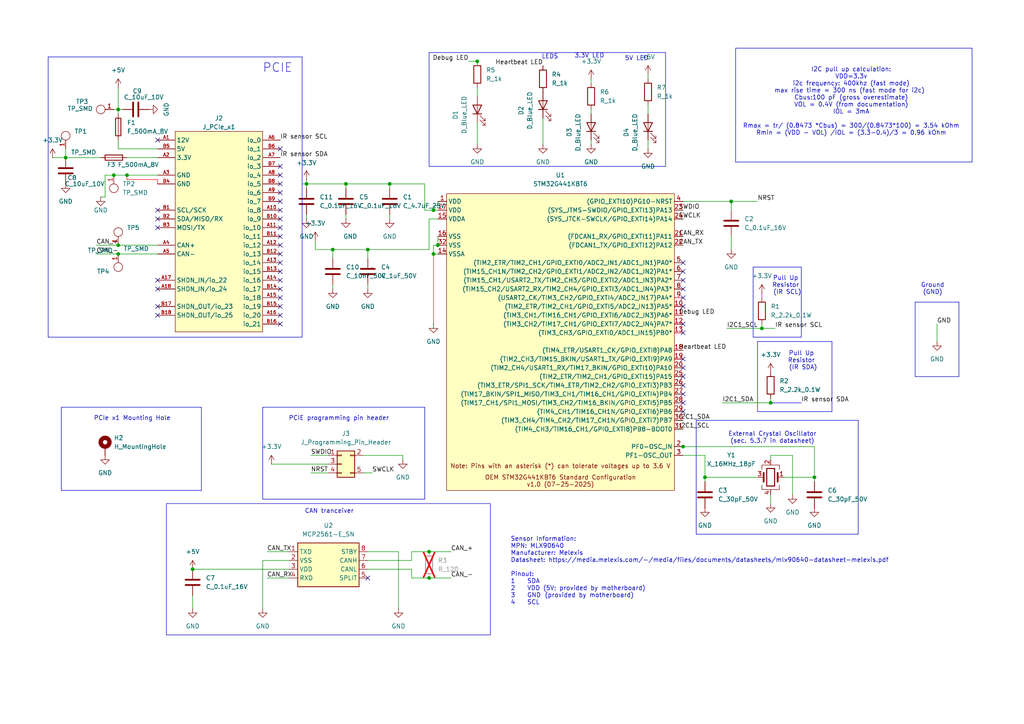
<source format=kicad_sch>
(kicad_sch (version 20250114) (generator "eeschema") (generator_version "9.0")
  (paper "A4")
  (title_block (title "Tire Temperature Sensor") (date "2026-01-31") (rev "1") (comment 1 "Luke Wei"))
  (lib_symbols
    (symbol "J_PCIe_x1_1"
      (property "Reference" "J" (at 0 30.48 0))
      (property "Value" "J_PCIe_x1" (at 0 27.94 0))
      (symbol "J_PCIe_x1_1_1_1"
        (pin bidirectional line (at -17.78 24.13 0) (length 5) (name "12V") (number "A1"))
        (pin bidirectional line (at -17.78 21.59 0) (length 5) (name "5V") (number "B5"))
        (pin bidirectional line (at -17.78 19.05 0) (length 5) (name "3.3V") (number "A2"))
        (pin bidirectional line (at -17.78 13.97 0) (length 5) (name "GND") (number "A3"))
        (pin bidirectional line (at -17.78 11.43 0) (length 5) (name "GND") (number "B4"))
        (pin bidirectional line (at -17.78 3.81 0) (length 5) (name "SCL/SCK") (number "B1"))
        (pin bidirectional line (at -17.78 1.27 0) (length 5) (name "SDA/MISO/RX") (number "B2"))
        (pin bidirectional line (at -17.78 -1.27 0) (length 5) (name "MOSI/TX") (number "B3"))
        (pin bidirectional line (at -17.78 -6.35 0) (length 5) (name "CAN+") (number "A4"))
        (pin bidirectional line (at -17.78 -8.89 0) (length 5) (name "CAN-") (number "A5"))
        (pin bidirectional line (at -17.78 -16.51 0) (length 5) (name "SHDN_IN/io_22") (number "A17"))
        (pin bidirectional line (at -17.78 -19.05 0) (length 5) (name "SHDN_IN/io_24") (number "A18"))
        (pin bidirectional line (at -17.78 -24.13 0) (length 5) (name "SHDN_OUT/io_23") (number "B17"))
        (pin bidirectional line (at -17.78 -26.67 0) (length 5) (name "SHDN_OUT/io_25") (number "B18"))
        (pin bidirectional line (at 17.78 24.13 180) (length 5) (name "io_0") (number "A6"))
        (pin bidirectional line (at 17.78 21.59 180) (length 5) (name "io_1") (number "B6"))
        (pin bidirectional line (at 17.78 19.05 180) (length 5) (name "io_2") (number "A7"))
        (pin bidirectional line (at 17.78 16.51 180) (length 5) (name "io_3") (number "B7"))
        (pin bidirectional line (at 17.78 13.97 180) (length 5) (name "io_4") (number "A8"))
        (pin bidirectional line (at 17.78 11.43 180) (length 5) (name "io_5") (number "B8"))
        (pin bidirectional line (at 17.78 8.89 180) (length 5) (name "io_6") (number "A9"))
        (pin bidirectional line (at 17.78 6.35 180) (length 5) (name "io_7") (number "B9"))
        (pin bidirectional line (at 17.78 3.81 180) (length 5) (name "io_8") (number "A10"))
        (pin bidirectional line (at 17.78 1.27 180) (length 5) (name "io_9") (number "B10"))
        (pin bidirectional line (at 17.78 -1.27 180) (length 5) (name "io_10") (number "A11"))
        (pin bidirectional line (at 17.78 -3.81 180) (length 5) (name "io_11") (number "B11"))
        (pin bidirectional line (at 17.78 -6.35 180) (length 5) (name "io_12") (number "A12"))
        (pin bidirectional line (at 17.78 -8.89 180) (length 5) (name "io_13") (number "B12"))
        (pin bidirectional line (at 17.78 -11.43 180) (length 5) (name "io_14") (number "A13"))
        (pin bidirectional line (at 17.78 -13.97 180) (length 5) (name "io_15") (number "B13"))
        (pin bidirectional line (at 17.78 -16.51 180) (length 5) (name "io_16") (number "A14"))
        (pin bidirectional line (at 17.78 -19.05 180) (length 5) (name "io_17") (number "B14"))
        (pin bidirectional line (at 17.78 -21.59 180) (length 5) (name "io_18") (number "A15"))
        (pin bidirectional line (at 17.78 -24.13 180) (length 5) (name "io_19") (number "B15"))
        (pin bidirectional line (at 17.78 -26.67 180) (length 5) (name "io_20") (number "A16"))
        (pin bidirectional line (at 17.78 -29.21 180) (length 5) (name "io_21") (number "B16"))
      )
    )
    (symbol "J_Programming_Pin_Header_1" (pin_names (offset 1.016) (hide yes))
      (property "Reference" "J" (at 1.27 5.08 0))
      (property "Value" "J_Programming_Pin_Header" (at 1.27 -5.08 0))
      (symbol "J_Programming_Pin_Header_1_1_1"
        (pin passive line (at -3.81 2.54 0) (length 2.54) (name "Pin_1") (number "1"))
        (pin passive line (at -3.81 0 0) (length 2.54) (name "Pin_3") (number "3"))
        (pin passive line (at -3.81 -2.54 0) (length 2.54) (name "Pin_4") (number "4"))
        (pin passive line (at 6.35 2.54 180) (length 2.54) (name "Pin_2") (number "2"))
        (pin passive line (at 6.35 -2.54 180) (length 2.54) (name "Pin_5") (number "5"))
      )
    )
    (symbol "OEM:C_0.1uF_16V_0603" (pin_numbers (hide yes)) (pin_names (offset 0.254))
      (property "Reference" "C" (at 0.635 2.54 0))
      (property "Value" "C_0.1uF_16V" (at 0.635 -2.54 0))
      (symbol "C_0.1uF_16V_0603_1_1"
        (pin passive line (at 0 3.81 270) (length 2.794) (name "~") (number "1"))
        (pin passive line (at 0 -3.81 90) (length 2.794) (name "~") (number "2"))
      )
    )
    (symbol "OEM:C_10nF_50V_0603" (pin_numbers (hide yes)) (pin_names (offset 0.254))
      (property "Reference" "C" (at 0.635 2.54 0))
      (property "Value" "C_10nF_50V" (at 0.635 -2.54 0))
      (symbol "C_10nF_50V_0603_1_1"
        (pin passive line (at 0 3.81 270) (length 2.794) (name "~") (number "1"))
        (pin passive line (at 0 -3.81 90) (length 2.794) (name "~") (number "2"))
      )
    )
    (symbol "OEM:C_10uF_10V_0603" (pin_numbers (hide yes)) (pin_names (offset 0.254))
      (property "Reference" "C" (at 0.635 2.54 0))
      (property "Value" "C_10uF_10V" (at 0.635 -2.54 0))
      (symbol "C_10uF_10V_0603_1_1"
        (pin passive line (at 0 3.81 270) (length 2.794) (name "~") (number "1"))
        (pin passive line (at 0 -3.81 90) (length 2.794) (name "~") (number "2"))
      )
    )
    (symbol "OEM:C_1uF_50V_0603" (pin_numbers (hide yes)) (pin_names (offset 0.254))
      (property "Reference" "C" (at 0.635 2.54 0))
      (property "Value" "C_1uF_50V" (at 0.635 -2.54 0))
      (symbol "C_1uF_50V_0603_1_1"
        (pin passive line (at 0 3.81 270) (length 2.794) (name "~") (number "1"))
        (pin passive line (at 0 -3.81 90) (length 2.794) (name "~") (number "2"))
      )
    )
    (symbol "OEM:C_30pF_50V_0603" (pin_numbers (hide yes)) (pin_names (offset 0.254))
      (property "Reference" "C" (at 0.635 2.54 0))
      (property "Value" "C_30pF_50V" (at 0.635 -2.54 0))
      (symbol "C_30pF_50V_0603_1_1"
        (pin passive line (at 0 3.81 270) (length 2.794) (name "~") (number "1"))
        (pin passive line (at 0 -3.81 90) (length 2.794) (name "~") (number "2"))
      )
    )
    (symbol "OEM:C_4.7uF_25V_0603" (pin_numbers (hide yes)) (pin_names (offset 0.254))
      (property "Reference" "C" (at 0.635 2.54 0))
      (property "Value" "C_4.7uF_25V" (at 0.635 -2.54 0))
      (symbol "C_4.7uF_25V_0603_1_1"
        (pin passive line (at 0 3.81 270) (length 2.794) (name "~") (number "1"))
        (pin passive line (at 0 -3.81 90) (length 2.794) (name "~") (number "2"))
      )
    )
    (symbol "OEM:D_LED_Blue_0805" (pin_numbers (hide yes)) (pin_names (offset 1.016) (hide yes))
      (property "Reference" "D" (at 0 2.54 0))
      (property "Value" "D_Blue_LED" (at 0 -2.54 0))
      (symbol "D_LED_Blue_0805_1_1"
        (pin passive line (at -3.81 0 0) (length 2.54) (name "K") (number "1"))
        (pin passive line (at 3.81 0 180) (length 2.54) (name "A") (number "2"))
      )
    )
    (symbol "OEM:F_500mA_8V_1206" (pin_numbers (hide yes)) (pin_names (offset 0))
      (property "Reference" "F" (at 2.032 0 90))
      (property "Value" "F_500mA_8V" (at -1.905 0 90))
      (symbol "F_500mA_8V_1206_1_1"
        (pin passive line (at 0 3.81 270) (length 1.27) (name "~") (number "1"))
        (pin passive line (at 0 -3.81 90) (length 1.27) (name "~") (number "2"))
      )
    )
    (symbol "OEM:H_MountingHole" (pin_numbers (hide yes)) (pin_names (offset 1.016) (hide yes)) (in_bom no)
      (property "Reference" "H" (at 0 6.35 0))
      (property "Value" "H_MountingHole" (at 0 4.445 0))
      (symbol "H_MountingHole_1_1"
        (pin input line (at 0 -2.54 90) (length 2.54) (name "1") (number "1"))
      )
    )
    (symbol "OEM:R_120_0.1W_0603" (pin_numbers (hide yes)) (pin_names (offset 0))
      (property "Reference" "R" (at 2.032 0 90))
      (property "Value" "R_120" (at 0 0 90))
      (symbol "R_120_0.1W_0603_1_1"
        (pin passive line (at 0 3.81 270) (length 1.27) (name "~") (number "1"))
        (pin passive line (at 0 -3.81 90) (length 1.27) (name "~") (number "2"))
      )
    )
    (symbol "OEM:R_1k_0.1W_0603" (pin_numbers (hide yes)) (pin_names (offset 0))
      (property "Reference" "R" (at 2.032 0 90))
      (property "Value" "R_1k" (at 0 0 90))
      (symbol "R_1k_0.1W_0603_1_1"
        (pin passive line (at 0 3.81 270) (length 1.27) (name "~") (number "1"))
        (pin passive line (at 0 -3.81 90) (length 1.27) (name "~") (number "2"))
      )
    )
    (symbol "OEM:R_2.2k_0.1W_0603" (pin_numbers (hide yes)) (pin_names (offset 0))
      (property "Reference" "R" (at 2.032 0 90))
      (property "Value" "R_2.2k_0.1W" (at 0 0 90))
      (symbol "R_2.2k_0.1W_0603_1_1"
        (pin passive line (at 0 3.81 270) (length 1.27) (name "~") (number "1"))
        (pin passive line (at 0 -3.81 90) (length 1.27) (name "~") (number "2"))
      )
    )
    (symbol "OEM:TP_Hook_SMD" (pin_names (offset 1.016))
      (property "Reference" "TP" (at 0 7.62 0))
      (property "Value" "TP_SMD" (at 1.27 5.08 0))
      (symbol "TP_Hook_SMD_1_1"
        (pin input line (at 0 -1.27 90) (length 2.54) (name "~") (number "1"))
      )
    )
    (symbol "OEM:U_CAN-Transceiver_MCP2561-E_SN_SOIC-8"
      (property "Reference" "U" (at 10.16 11.43 0))
      (property "Value" "MCP2561-E_SN" (at 10.16 8.89 0))
      (symbol "U_CAN-Transceiver_MCP2561-E_SN_SOIC-8_1_1"
        (pin passive line (at -11.43 3.81 0) (length 2.54) (name "TXD") (number "1"))
        (pin passive line (at -11.43 1.27 0) (length 2.54) (name "VSS") (number "2"))
        (pin passive line (at -11.43 -1.27 0) (length 2.54) (name "VDD") (number "3"))
        (pin passive line (at -11.43 -3.81 0) (length 2.54) (name "RXD") (number "4"))
        (pin passive line (at 11.43 3.81 180) (length 2.54) (name "STBY") (number "8"))
        (pin passive line (at 11.43 1.27 180) (length 2.54) (name "CANH") (number "7"))
        (pin passive line (at 11.43 -1.27 180) (length 2.54) (name "CANL") (number "6"))
        (pin passive line (at 11.43 -3.81 180) (length 2.54) (name "SPLIT") (number "5"))
      )
    )
    (symbol "OEM:U_MCU_STM32G441KBT6_32-LQFP"
      (property "Reference" "U" (at 0 47.244 0))
      (property "Value" "STM32G441KBT6" (at 0 44.704 0))
      (symbol "U_MCU_STM32G441KBT6_32-LQFP_1_1"
        (text "Note: Pins with an asterisk (*) can tolerate voltages up to 3.6 V\n" (at 0 -36.068 0) (effects (font (size 1.27 1.27))))
        (text "OEM STM32G441KBT6 Standard Configuration\nv1.0 (07-25-2025)" (at 0 -40.386 0) (effects (font (size 1.27 1.27))))
        (pin power_in line (at -35.56 40.64 0) (length 2.54) (name "VDD") (number "1"))
        (pin power_in line (at -35.56 38.1 0) (length 2.54) (name "VDD") (number "17"))
        (pin power_in line (at -35.56 35.56 0) (length 2.54) (name "VDDA") (number "15"))
        (pin power_in line (at -35.56 30.48 0) (length 2.54) (name "VSS") (number "16"))
        (pin power_in line (at -35.56 27.94 0) (length 2.54) (name "VSS") (number "32"))
        (pin power_in line (at -35.56 25.4 0) (length 2.54) (name "VSSA") (number "14"))
        (pin bidirectional line (at 35.56 40.64 180) (length 2.54) (name "(GPIO_EXTI10)PG10-NRST") (number "4"))
        (pin bidirectional line (at 35.56 38.1 180) (length 2.54) (name "(SYS_JTMS-SWDIO/GPIO_EXTI13)PA13") (number "23"))
        (pin bidirectional line (at 35.56 35.56 180) (length 2.54) (name "(SYS_JTCK-SWCLK/GPIO_EXTI14)PA14") (number "24"))
        (pin bidirectional line (at 35.56 30.48 180) (length 2.54) (name "(FDCAN1_RX/GPIO_EXTI11)PA11") (number "21"))
        (pin bidirectional line (at 35.56 27.94 180) (length 2.54) (name "(FDCAN1_TX/GPIO_EXTI12)PA12") (number "22"))
        (pin bidirectional line (at 35.56 22.86 180) (length 2.54) (name "(TIM2_ETR/TIM2_CH1/GPIO_EXTI0/ADC2_IN1/ADC1_IN1)PA0*") (number "5"))
        (pin bidirectional line (at 35.56 20.32 180) (length 2.54) (name "(TIM15_CH1N/TIM2_CH2/GPIO_EXTI1/ADC2_IN2/ADC1_IN2)PA1*") (number "6"))
        (pin bidirectional line (at 35.56 17.78 180) (length 2.54) (name "(TIM15_CH1/USART2_TX/TIM2_CH3/GPIO_EXTI2/ADC1_IN3)PA2*") (number "7"))
        (pin bidirectional line (at 35.56 15.24 180) (length 2.54) (name "(TIM15_CH2/USART2_RX/TIM2_CH4/GPIO_EXTI3/ADC1_IN4)PA3*") (number "8"))
        (pin bidirectional line (at 35.56 12.7 180) (length 2.54) (name "(USART2_CK/TIM3_CH2/GPIO_EXTI4/ADC2_IN17)PA4*") (number "9"))
        (pin bidirectional line (at 35.56 10.16 180) (length 2.54) (name "(TIM2_ETR/TIM2_CH1/GPIO_EXTI5/ADC2_IN13)PA5*") (number "10"))
        (pin bidirectional line (at 35.56 7.62 180) (length 2.54) (name "(TIM3_CH1/TIM16_CH1/GPIO_EXTI6/ADC2_IN3)PA6*") (number "11"))
        (pin bidirectional line (at 35.56 5.08 180) (length 2.54) (name "(TIM3_CH2/TIM17_CH1/GPIO_EXTI7/ADC2_IN4)PA7*") (number "12"))
        (pin bidirectional line (at 35.56 2.54 180) (length 2.54) (name "(TIM3_CH3/GPIO_EXTI0/ADC1_IN15)PB0*") (number "13"))
        (pin bidirectional line (at 35.56 -2.54 180) (length 2.54) (name "(TIM4_ETR/USART1_CK/GPIO_EXTI8)PA8") (number "18"))
        (pin bidirectional line (at 35.56 -5.08 180) (length 2.54) (name "(TIM2_CH3/TIM15_BKIN/USART1_TX/GPIO_EXTI9)PA9") (number "19"))
        (pin bidirectional line (at 35.56 -7.62 180) (length 2.54) (name "(TIM2_CH4/USART1_RX/TIM17_BKIN/GPIO_EXTI10)PA10") (number "20"))
        (pin bidirectional line (at 35.56 -10.16 180) (length 2.54) (name "(TIM2_ETR/TIM2_CH1/GPIO_EXTI15)PA15") (number "25"))
        (pin bidirectional line (at 35.56 -12.7 180) (length 2.54) (name "(TIM3_ETR/SPI1_SCK/TIM4_ETR/TIM2_CH2/GPIO_EXTI3)PB3") (number "26"))
        (pin bidirectional line (at 35.56 -15.24 180) (length 2.54) (name "(TIM17_BKIN/SPI1_MISO/TIM3_CH1/TIM16_CH1/GPIO_EXTI4)PB4") (number "27"))
        (pin bidirectional line (at 35.56 -17.78 180) (length 2.54) (name "(TIM17_CH1/SPI1_MOSI/TIM3_CH2/TIM16_BKIN/GPIO_EXTI5)PB5") (number "28"))
        (pin bidirectional line (at 35.56 -20.32 180) (length 2.54) (name "(TIM4_CH1/TIM16_CH1N/GPIO_EXTI6)PB6") (number "29"))
        (pin bidirectional line (at 35.56 -22.86 180) (length 2.54) (name "(TIM3_CH4/TIM4_CH2/TIM17_CH1N/GPIO_EXTI7)PB7") (number "30"))
        (pin bidirectional line (at 35.56 -25.4 180) (length 2.54) (name "(TIM4_CH3/TIM16_CH1/GPIO_EXTI8)PB8-BOOT0") (number "31"))
        (pin bidirectional line (at 35.56 -30.48 180) (length 2.54) (name "PF0-OSC_IN") (number "2"))
        (pin bidirectional line (at 35.56 -33.02 180) (length 2.54) (name "PF1-OSC_OUT") (number "3"))
      )
    )
    (symbol "OEM:X_16MHz_18pF_SMD" (pin_names (offset 1.016) (hide yes))
      (property "Reference" "Y" (at 3.175 5.08 0))
      (property "Value" "X_16MHz_18pF" (at 3.175 3.175 0))
      (symbol "X_16MHz_18pF_SMD_1_1"
        (pin passive line (at -3.81 0 0) (length 1.27) (name "1") (number "1"))
        (pin passive line (at 0 5.08 270) (length 1.27) (name "2") (number "2"))
        (pin passive line (at 0 -5.08 90) (length 1.27) (name "4") (number "4"))
        (pin passive line (at 3.81 0 180) (length 1.27) (name "3") (number "3"))
      )
    )
    (symbol "power:+3.3V" (power) (pin_numbers (hide yes)) (pin_names (offset 0) (hide yes))
      (property "Value" "+3.3V" (at 0 3.556 0))
      (symbol "+3.3V_1_1"
        (pin power_in line (at 0 0 90) (length 0) (name "~") (number "1"))
      )
    )
    (symbol "power:+5V" (power) (pin_numbers (hide yes)) (pin_names (offset 0) (hide yes))
      (property "Value" "+5V" (at 0 3.556 0))
      (symbol "+5V_1_1"
        (pin power_in line (at 0 0 90) (length 0) (name "~") (number "1"))
      )
    )
    (symbol "power:GND" (power) (pin_numbers (hide yes)) (pin_names (offset 0) (hide yes))
      (property "Value" "GND" (at 0 -3.81 0))
      (symbol "GND_1_1"
        (pin power_in line (at 0 0 270) (length 0) (name "~") (number "1"))
      )
    )
  )
  (rectangle (start 48.26 146.05) (end 142.24 184.15))
  (text "PCIE programming pin header\n" (at 98.298 121.412 0) (effects (font (size 1.27 1.27))))
  (text "PCIe x1 Mounting Hole" (at 38.354 121.412 0) (effects (font (size 1.27 1.27))))
  (text "I2C pull up calculation:\nVDD=3.3v\ni2c frequency: 400khz (fast mode)\nmax rise time = 300 ns (fast mode for i2c) \nCbus:100 pF (gross overestimate)\nVOL = 0.4V (from documentation)\nIOL = 3mA\n\nRmax = tr/ (0.8473 *Cbus) = 300/(0.8473*100) = 3.54 kOhm\nRmin = (VDD - VOL) /IOL = (3.3-0.4)/3 = 0.96 kOhm" (at 246.888 29.464 0) (effects (font (size 1.27 1.27))))
  (text "External Crystal Oscillator\n(sec. 5.3.7 in datasheet)" (at 224.028 127 0) (effects (font (size 1.27 1.27))))
  (text "PCIE\n" (at 80.518 19.812 0) (effects (font (size 2.54 2.54))))
  (text "Ground\n(GND)\n" (at 270.51 83.82 0) (effects (font (size 1.27 1.27))))
  (text "5V LED\n" (at 184.658 17.018 0) (effects (font (size 1.27 1.27))))
  (text "3.3V LED\n" (at 170.942 16.256 0) (effects (font (size 1.27 1.27))))
  (text "CAN tranceiver\n" (at 95.504 148.336 0) (effects (font (size 1.27 1.27))))
  (text "Pull Up \nResistor \n(IR SDA)\n" (at 232.918 104.648 0) (effects (font (size 1.27 1.27))))
  (text "Pull Up \nResistor \n(IR SCL)\n" (at 228.346 82.804 0) (effects (font (size 1.27 1.27))))
  (text "Sensor Information:\nMPN: MLX90640\nManufacturer: Melexis\nDatasheet: https://media.melexis.com/-/media/files/documents/datasheets/mlx90640-datasheet-melexis.pdf\n\nPinout:\n1	SDA\n2	VDD (5V; provided by motherboard)\n3	GND	(provided by motherboard)\n4	SCL" (at 148.082 155.702 0) (effects (font (size 1.27 1.27)) (justify left top)))
  (text "LEDS\n" (at 159.512 16.51 0) (effects (font (size 1.27 1.27))))
  (junction (at 138.43 17.78))
  (junction (at 127 71.12))
  (junction (at 88.9 53.34))
  (junction (at 212.09 58.42))
  (junction (at 124.46 167.64))
  (junction (at 34.29 71.12))
  (junction (at 113.03 53.34))
  (junction (at 124.46 160.02))
  (junction (at 34.29 73.66))
  (junction (at 125.73 60.96))
  (junction (at 96.52 72.39))
  (junction (at 106.68 72.39))
  (junction (at 33.02 50.8))
  (junction (at 220.98 95.25))
  (junction (at 36.83 50.8))
  (junction (at 223.52 116.84))
  (junction (at 204.47 138.43))
  (junction (at 55.88 165.1))
  (junction (at 19.05 45.72))
  (junction (at 34.29 31.75))
  (junction (at 100.33 53.34))
  (junction (at 236.22 138.43))
  (junction (at 125.73 73.66))
  (junction (at 198.12 129.54))
  (no_connect (at 106.68 167.64))
  (no_connect (at 45.72 83.82))
  (no_connect (at 81.28 81.28))
  (no_connect (at 198.12 81.28))
  (no_connect (at 81.28 83.82))
  (no_connect (at 81.28 91.44))
  (no_connect (at 45.72 81.28))
  (no_connect (at 198.12 86.36))
  (no_connect (at 81.28 86.36))
  (no_connect (at 81.28 63.5))
  (no_connect (at 81.28 43.18))
  (no_connect (at 198.12 96.52))
  (no_connect (at 198.12 78.74))
  (no_connect (at 81.28 93.98))
  (no_connect (at 45.72 66.04))
  (no_connect (at 198.12 111.76))
  (no_connect (at 198.12 106.68))
  (no_connect (at 81.28 88.9))
  (no_connect (at 198.12 93.98))
  (no_connect (at 45.72 60.96))
  (no_connect (at 45.72 88.9))
  (no_connect (at 81.28 73.66))
  (no_connect (at 81.28 53.34))
  (no_connect (at 45.72 91.44))
  (no_connect (at 81.28 66.04))
  (no_connect (at 81.28 68.58))
  (no_connect (at 198.12 119.38))
  (no_connect (at 198.12 76.2))
  (no_connect (at 198.12 104.14))
  (no_connect (at 198.12 88.9))
  (no_connect (at 198.12 109.22))
  (no_connect (at 81.28 76.2))
  (no_connect (at 81.28 78.74))
  (no_connect (at 81.28 55.88))
  (no_connect (at 45.72 40.64))
  (no_connect (at 45.72 63.5))
  (no_connect (at 81.28 48.26))
  (no_connect (at 81.28 58.42))
  (no_connect (at 198.12 114.3))
  (no_connect (at 198.12 83.82))
  (no_connect (at 81.28 50.8))
  (no_connect (at 81.28 60.96))
  (no_connect (at 81.28 71.12))
  (no_connect (at 198.12 116.84))
  (polyline (pts (xy 218.44 97.79) (xy 232.41 97.79)))
  (wire (pts (xy 171.45 31.75) (xy 171.45 33.02)))
  (polyline (pts (xy 219.71 119.38) (xy 241.3 119.38)))
  (wire (pts (xy 91.44 69.85) (xy 91.44 72.39)))
  (wire (pts (xy 127 60.96) (xy 125.73 60.96)))
  (wire (pts (xy 227.33 138.43) (xy 236.22 138.43)))
  (wire (pts (xy 204.47 138.43) (xy 204.47 139.7)))
  (wire (pts (xy 171.45 40.64) (xy 171.45 41.91)))
  (wire (pts (xy 125.73 71.12) (xy 125.73 73.66)))
  (wire (pts (xy 119.38 165.1) (xy 119.38 167.64)))
  (wire (pts (xy 119.38 160.02) (xy 124.46 160.02)))
  (wire (pts (xy 105.41 137.16) (xy 107.95 137.16)))
  (wire (pts (xy 187.96 30.48) (xy 187.96 33.02)))
  (polyline (pts (xy 123.19 144.78) (xy 123.19 118.11)))
  (polyline (pts (xy 265.43 87.63) (xy 278.13 87.63)))
  (polyline (pts (xy 76.2 118.11) (xy 123.19 118.11)))
  (wire (pts (xy 135.89 17.78) (xy 138.43 17.78)))
  (polyline (pts (xy 201.93 121.92) (xy 248.92 121.92)))
  (polyline (pts (xy 124.46 48.26) (xy 193.04 48.26)))
  (wire (pts (xy 115.57 160.02) (xy 115.57 176.53)))
  (polyline (pts (xy 265.43 87.63) (xy 265.43 109.22)))
  (wire (pts (xy 34.29 40.64) (xy 34.29 43.18)))
  (wire (pts (xy 171.45 22.86) (xy 171.45 24.13)))
  (wire (pts (xy 220.98 93.98) (xy 220.98 95.25)))
  (wire (pts (xy 19.05 43.18) (xy 19.05 45.72)))
  (polyline (pts (xy 201.93 154.94) (xy 248.92 154.94)))
  (wire (pts (xy 34.29 43.18) (xy 45.72 43.18)))
  (wire (pts (xy 106.68 160.02) (xy 115.57 160.02)))
  (wire (pts (xy 198.12 129.54) (xy 236.22 129.54)))
  (polyline (pts (xy 87.63 97.79) (xy 13.97 97.79)))
  (wire (pts (xy 229.87 132.08) (xy 229.87 143.51)))
  (wire (pts (xy 34.29 25.4) (xy 34.29 31.75)))
  (wire (pts (xy 157.48 41.91) (xy 157.48 34.29)))
  (wire (pts (xy 96.52 72.39) (xy 106.68 72.39)))
  (polyline (pts (xy 76.2 118.11) (xy 76.2 144.78)))
  (wire (pts (xy 212.09 58.42) (xy 212.09 60.96)))
  (polyline (pts (xy 232.41 97.79) (xy 232.41 77.47)))
  (wire (pts (xy 30.48 57.15) (xy 30.48 50.8)))
  (wire (pts (xy 220.98 85.09) (xy 220.98 86.36)) (stroke (width 0) (color 181 0 255 1)))
  (wire (pts (xy 124.46 63.5) (xy 127 63.5)))
  (wire (pts (xy 123.19 53.34) (xy 123.19 60.96)))
  (wire (pts (xy 36.83 52.07) (xy 36.83 50.8)) (stroke (width 0) (color 255 0 0 1)))
  (wire (pts (xy 127 59.69) (xy 125.73 59.69)))
  (wire (pts (xy 77.47 160.02) (xy 83.82 160.02)))
  (polyline (pts (xy 193.04 15.24) (xy 124.46 15.24)))
  (wire (pts (xy 45.72 45.72) (xy 36.83 45.72)))
  (wire (pts (xy 88.9 53.34) (xy 87.63 53.34)))
  (wire (pts (xy 198.12 68.58) (xy 196.85 68.58)))
  (wire (pts (xy 100.33 63.5) (xy 100.33 62.23)))
  (polyline (pts (xy 265.43 109.22) (xy 278.13 109.22)))
  (polyline (pts (xy 17.78 118.11) (xy 58.42 118.11)))
  (wire (pts (xy 198.12 63.5) (xy 196.85 63.5)))
  (wire (pts (xy 198.12 132.08) (xy 204.47 132.08)))
  (wire (pts (xy 125.73 59.69) (xy 125.73 60.96)))
  (polyline (pts (xy 218.44 77.47) (xy 232.41 77.47)))
  (wire (pts (xy 125.73 73.66) (xy 125.73 93.98)) (stroke (width 0) (color 255 0 22 1)))
  (wire (pts (xy 127 68.58) (xy 127 71.12)))
  (wire (pts (xy 119.38 167.64) (xy 124.46 167.64)))
  (polyline (pts (xy 281.94 46.99) (xy 281.94 13.97)))
  (wire (pts (xy 106.68 72.39) (xy 124.46 72.39)))
  (wire (pts (xy 204.47 138.43) (xy 219.71 138.43)))
  (wire (pts (xy 223.52 116.84) (xy 209.55 116.84)))
  (wire (pts (xy 55.88 172.72) (xy 55.88 176.53)))
  (wire (pts (xy 198.12 60.96) (xy 196.85 60.96)))
  (wire (pts (xy 210.82 95.25) (xy 220.98 95.25)))
  (wire (pts (xy 90.17 137.16) (xy 95.25 137.16)))
  (wire (pts (xy 35.56 31.75) (xy 34.29 31.75)))
  (wire (pts (xy 198.12 58.42) (xy 212.09 58.42)))
  (wire (pts (xy 96.52 74.93) (xy 96.52 72.39)))
  (wire (pts (xy 88.9 52.07) (xy 88.9 53.34)))
  (wire (pts (xy 33.02 50.8) (xy 36.83 50.8)))
  (wire (pts (xy 124.46 160.02) (xy 130.81 160.02)))
  (wire (pts (xy 34.29 31.75) (xy 34.29 33.02)))
  (wire (pts (xy 198.12 71.12) (xy 196.85 71.12)))
  (wire (pts (xy 127 58.42) (xy 127 59.69)))
  (wire (pts (xy 119.38 160.02) (xy 119.38 162.56)))
  (wire (pts (xy 55.88 165.1) (xy 83.82 165.1)))
  (wire (pts (xy 88.9 53.34) (xy 88.9 54.61)))
  (wire (pts (xy 83.82 162.56) (xy 76.2 162.56)))
  (wire (pts (xy 113.03 63.5) (xy 113.03 62.23)))
  (wire (pts (xy 198.12 91.44) (xy 196.85 91.44)))
  (wire (pts (xy 15.24 45.72) (xy 19.05 45.72)))
  (wire (pts (xy 106.68 83.82) (xy 106.68 82.55)))
  (wire (pts (xy 220.98 95.25) (xy 224.79 95.25)))
  (polyline (pts (xy 13.97 16.51) (xy 13.97 97.79)))
  (wire (pts (xy 198.12 101.6) (xy 196.85 101.6)))
  (wire (pts (xy 127 73.66) (xy 125.73 73.66)))
  (polyline (pts (xy 219.71 99.06) (xy 219.71 119.38)))
  (wire (pts (xy 236.22 138.43) (xy 236.22 139.7)))
  (polyline (pts (xy 124.46 48.26) (xy 124.46 15.24)))
  (polyline (pts (xy 248.92 154.94) (xy 248.92 121.92)))
  (polyline (pts (xy 218.44 77.47) (xy 218.44 97.79)))
  (wire (pts (xy 105.41 132.08) (xy 116.84 132.08)))
  (wire (pts (xy 113.03 54.61) (xy 113.03 53.34)))
  (wire (pts (xy 212.09 58.42) (xy 219.71 58.42)))
  (wire (pts (xy 29.21 57.15) (xy 30.48 57.15)))
  (wire (pts (xy 187.96 21.59) (xy 187.96 22.86)))
  (wire (pts (xy 91.44 72.39) (xy 96.52 72.39)))
  (wire (pts (xy 127 71.12) (xy 125.73 71.12)))
  (wire (pts (xy 106.68 162.56) (xy 119.38 162.56)))
  (wire (pts (xy 223.52 116.84) (xy 232.41 116.84)) (stroke (width 0) (color 5 0 255 1)))
  (wire (pts (xy 19.05 45.72) (xy 29.21 45.72)))
  (wire (pts (xy 45.72 50.8) (xy 36.83 50.8)))
  (wire (pts (xy 212.09 68.58) (xy 212.09 72.39)))
  (wire (pts (xy 195.58 129.54) (xy 198.12 129.54)))
  (polyline (pts (xy 213.36 46.99) (xy 213.36 13.97)))
  (polyline (pts (xy 241.3 119.38) (xy 241.3 99.06)))
  (wire (pts (xy 100.33 53.34) (xy 113.03 53.34)))
  (wire (pts (xy 100.33 54.61) (xy 100.33 53.34)))
  (wire (pts (xy 34.29 73.66) (xy 45.72 73.66)))
  (wire (pts (xy 123.19 60.96) (xy 125.73 60.96)))
  (polyline (pts (xy 219.71 99.06) (xy 241.3 99.06)))
  (wire (pts (xy 223.52 143.51) (xy 223.52 146.05)))
  (wire (pts (xy 198.12 121.92) (xy 196.85 121.92)))
  (wire (pts (xy 116.84 132.08) (xy 116.84 133.35)))
  (wire (pts (xy 27.94 71.12) (xy 34.29 71.12)))
  (polyline (pts (xy 76.2 144.78) (xy 123.19 144.78)))
  (polyline (pts (xy 201.93 121.92) (xy 201.93 154.94)))
  (wire (pts (xy 204.47 132.08) (xy 204.47 138.43)))
  (wire (pts (xy 88.9 63.5) (xy 88.9 62.23)))
  (wire (pts (xy 27.94 73.66) (xy 34.29 73.66)))
  (wire (pts (xy 34.29 71.12) (xy 45.72 71.12)))
  (polyline (pts (xy 193.04 48.26) (xy 193.04 15.24)))
  (wire (pts (xy 138.43 25.4) (xy 138.43 27.94)))
  (wire (pts (xy 106.68 74.93) (xy 106.68 72.39)))
  (polyline (pts (xy 213.36 46.99) (xy 281.94 46.99)))
  (wire (pts (xy 88.9 53.34) (xy 100.33 53.34)))
  (wire (pts (xy 90.17 132.08) (xy 95.25 132.08)))
  (wire (pts (xy 45.72 52.07) (xy 36.83 52.07)) (stroke (width 0) (color 255 0 0 1)))
  (wire (pts (xy 223.52 115.57) (xy 223.52 116.84)))
  (polyline (pts (xy 58.42 142.24) (xy 58.42 118.11)))
  (polyline (pts (xy 87.63 97.79) (xy 87.63 16.51)))
  (wire (pts (xy 77.47 167.64) (xy 83.82 167.64)))
  (wire (pts (xy 113.03 53.34) (xy 123.19 53.34)))
  (polyline (pts (xy 278.13 109.22) (xy 278.13 87.63)))
  (wire (pts (xy 271.78 93.98) (xy 271.78 99.06)))
  (wire (pts (xy 236.22 129.54) (xy 236.22 138.43)))
  (wire (pts (xy 187.96 40.64) (xy 187.96 43.18)))
  (wire (pts (xy 30.48 50.8) (xy 33.02 50.8)))
  (wire (pts (xy 124.46 63.5) (xy 124.46 72.39)))
  (wire (pts (xy 33.02 31.75) (xy 34.29 31.75)))
  (wire (pts (xy 106.68 165.1) (xy 119.38 165.1)))
  (wire (pts (xy 76.2 162.56) (xy 76.2 176.53)))
  (polyline (pts (xy 87.63 16.51) (xy 13.97 16.51)))
  (wire (pts (xy 96.52 83.82) (xy 96.52 82.55)))
  (wire (pts (xy 78.74 134.62) (xy 95.25 134.62)))
  (wire (pts (xy 138.43 19.05) (xy 138.43 17.78)))
  (polyline (pts (xy 17.78 118.11) (xy 17.78 142.24)))
  (wire (pts (xy 223.52 133.35) (xy 223.52 132.08)))
  (wire (pts (xy 138.43 41.91) (xy 138.43 35.56)))
  (wire (pts (xy 45.72 52.07) (xy 45.72 53.34)) (stroke (width 0) (color 255 0 0 1)))
  (wire (pts (xy 223.52 132.08) (xy 229.87 132.08)))
  (wire (pts (xy 124.46 167.64) (xy 130.81 167.64)))
  (polyline (pts (xy 281.94 13.97) (xy 213.36 13.97)))
  (polyline (pts (xy 17.78 142.24) (xy 58.42 142.24)))
  (wire (pts (xy 198.12 124.46) (xy 196.85 124.46)))
  (label "I2C1_SCL" (at 210.82 95.25 0))
  (label "IR sensor SDA" (at 81.28 45.72 0))
  (label "SWCLK" (at 196.85 63.5 0))
  (label "SWDIO" (at 90.17 132.08 0))
  (label "Debug LED" (at 135.89 17.78 180))
  (label "NRST" (at 90.17 137.16 0))
  (label "Heartbeat LED" (at 196.85 101.6 0))
  (label "NRST" (at 219.71 58.42 0))
  (label "CAN_RX" (at 196.85 68.58 0))
  (label "IR sensor SDA" (at 232.41 116.84 0))
  (label "CAN_-" (at 27.94 73.66 0))
  (label "SWCLK" (at 107.95 137.16 0))
  (label "CAN_TX" (at 196.85 71.12 0))
  (label "CAN_TX" (at 77.47 160.02 0))
  (label "CAN_+" (at 130.81 160.02 0))
  (label "Heartbeat LED" (at 157.48 19.05 180))
  (label "Debug LED" (at 196.85 91.44 0))
  (label "SWDIO" (at 196.85 60.96 0))
  (label "CAN_-" (at 130.81 167.64 0))
  (label "IR sensor SCL" (at 81.28 40.64 0))
  (label "IR sensor SCL" (at 224.79 95.25 0))
  (label "GND" (at 271.78 93.98 0))
  (label "CAN_RX" (at 77.47 167.64 0))
  (label "I2C1_SDA" (at 196.85 121.92 0))
  (label "I2C1_SCL" (at 196.85 124.46 0))
  (label "I2C1_SDA" (at 209.55 116.84 0))
  (label "CAN_+" (at 27.94 71.12 0))
  (symbol (lib_id "OEM:C_30pF_50V_0603") (at 236.22 143.51 0) (unit 1)
    (property "Reference" "C6" (at 240.03 142.2399 0) (effects (justify left)))
    (property "Value" "C_30pF_50V" (at 240.03 144.7799 0) (effects (justify left)))
    (property "Footprint" "OEM:C_0603_1608Metric" (effects (hide yes)))
    (property "Datasheet" "https://www.mouser.com/datasheet/3/1099/1/SEI-CML.PDF" (effects (hide yes)))
    (property "Description" "CAP CER 30PF 50V C0G/NP0 0603" (effects (hide yes)))
    (property "MPN" "CML0603C0G300JT50V" (effects (hide yes)))
  )
  (symbol (lib_id "OEM:C_1uF_50V_0603") (at 106.68 78.74 0) (unit 1)
    (property "Reference" "C4" (at 110.49 77.4699 0) (effects (justify left)))
    (property "Value" "C_1uF_50V" (at 110.49 80.0099 0) (effects (justify left)))
    (property "Footprint" "OEM:C_0603_1608Metric" (effects (hide yes)))
    (property "Datasheet" "https://mm.digikey.com/Volume0/opasdata/d220001/medias/docus/4819/UMK107BJ105KA-T_SS.pdf" (effects (hide yes)))
    (property "Description" "CAP CER 1UF 50V X5R 0603" (effects (hide yes)))
    (property "MPN" "UMK107BJ105KA-T" (effects (hide yes)))
  )
  (symbol (lib_id "OEM:C_4.7uF_25V_0603") (at 113.03 58.42 0) (unit 1)
    (property "Reference" "C1" (at 116.84 57.1499 0) (effects (justify left)))
    (property "Value" "C_4.7uF_25V" (at 116.84 59.6899 0) (effects (justify left)))
    (property "Footprint" "OEM:C_0603_1608Metric" (effects (hide yes)))
    (property "Datasheet" "https://www.mouser.com/catalog/specsheets/mure-s-a0004413631-1.pdf" (effects (hide yes)))
    (property "Description" "CAP CER 4.7UF 25V X5R 0603" (effects (hide yes)))
    (property "MPN" "GRT188R61E475ME13D" (effects (hide yes)))
  )
  (symbol (lib_id "OEM:R_1k_0.1W_0603") (at 138.43 21.59 0) (unit 1)
    (property "Reference" "R5" (at 140.97 20.3199 0) (effects (justify left)))
    (property "Value" "R_1k" (at 140.97 22.8599 0) (effects (justify left)))
    (property "Footprint" "OEM:R_0603_1608Metric" (effects (hide yes)))
    (property "Datasheet" "https://www.mouser.com/datasheet/3/1099/1/SEI-RMCF_RMCP.pdf (or https://industrial.panasonic.com/ww/products/pt/general-purpose-chip-resistors/models/ERJ3GEYJ102V)" (effects (hide yes)))
    (property "Description" "RES SMD 1K OHM 5% 1/10W 0603" (effects (hide yes)))
    (property "MPN" "RMCF0603FT1K00 (or ERJ-3GEYJ102V)" (effects (hide yes)))
  )
  (symbol (lib_id "OEM:R_2.2k_0.1W_0603") (at 223.52 111.76 0) (unit 1)
    (property "Reference" "R2" (at 226.06 110.4899 0) (effects (justify left)))
    (property "Value" "R_2.2k_0.1W" (at 226.06 113.0299 0) (effects (justify left)))
    (property "Footprint" "OEM:R_0603_1608Metric" (effects (hide yes)))
    (property "Datasheet" "https://www.mouser.com/datasheet/3/317/1/ASC_WR.pdf" (effects (hide yes)))
    (property "Description" "RES 2.2K OHM 5% 1/10W 0603" (effects (hide yes)))
    (property "MPN" "WR06X222 JTL" (effects (hide yes)))
  )
  (symbol (lib_id "OEM:TP_Hook_SMD") (at 33.02 52.07 180) (unit 1)
    (property "Reference" "TP2" (at 35.56 53.3399 0) (effects (justify right)))
    (property "Value" "TP_SMD" (at 35.56 55.8799 0) (effects (justify right)))
    (property "Footprint" "OEM:TP_Hook_SMD" (effects (hide yes)))
    (property "Datasheet" "https://www.mouser.com/datasheet/3/201/1/5019.PDF" (effects (hide yes)))
    (property "Description" "Test Point SMD Hook" (effects (hide yes)))
    (property "MPN" "5019" (effects (hide yes)))
  )
  (symbol (lib_id "power:GND") (at 19.05 53.34 0) (unit 1)
    (property "Reference" "#PWR?" (effects (hide yes)))
    (property "Value" "GND" (at 19.05 58.42 0))
    (property "Description" "Power symbol creates a global label with name \"GND\" , ground" (effects (hide yes)))
  )
  (symbol (lib_id "power:GND") (at 100.33 63.5 0) (unit 1)
    (property "Reference" "#PWR?" (effects (hide yes)))
    (property "Value" "GND" (at 101.6 68.58 0))
    (property "Description" "Power symbol creates a global label with name \"GND\" , ground" (effects (hide yes)))
  )
  (symbol (lib_id "power:GND") (at 171.45 41.91 0) (unit 1)
    (property "Reference" "#PWR?" (effects (hide yes)))
    (property "Value" "GND" (at 171.45 46.99 0))
    (property "Description" "Power symbol creates a global label with name \"GND\" , ground" (effects (hide yes)))
  )
  (symbol (lib_id "power:GND") (at 29.21 57.15 0) (unit 1)
    (property "Reference" "#PWR?" (effects (hide yes)))
    (property "Value" "GND" (at 29.21 60.96 0))
    (property "Description" "Power symbol creates a global label with name \"GND\" , ground" (effects (hide yes)))
  )
  (symbol (lib_id "OEM:C_10nF_50V_0603") (at 96.52 78.74 0) (unit 1)
    (property "Reference" "C10" (at 100.33 77.4699 0) (effects (justify left)))
    (property "Value" "C_10nF_50V" (at 100.33 80.0099 0) (effects (justify left)))
    (property "Footprint" "OEM:C_0603_1608Metric" (effects (hide yes)))
    (property "Datasheet" "https://mm.digikey.com/Volume0/opasdata/d220001/medias/docus/609/CL10B103KB8NNNC_Spec.pdf" (effects (hide yes)))
    (property "Description" "CAP CER 10000PF 50V X7R 0603" (effects (hide yes)))
    (property "MPN" "CL10B103KB8NNNC" (effects (hide yes)))
  )
  (symbol (lib_id "power:+3.3V") (at 15.24 45.72 0) (unit 1)
    (property "Reference" "#PWR?" (effects (hide yes)))
    (property "Value" "+3.3V" (at 15.24 40.64 0))
    (property "Description" "Power symbol creates a global label with name \"+3.3V\"" (effects (hide yes)))
  )
  (symbol (lib_id "power:GND") (at 55.88 176.53 0) (unit 1)
    (property "Reference" "#PWR?" (effects (hide yes)))
    (property "Value" "GND" (at 55.88 181.61 0))
    (property "Description" "Power symbol creates a global label with name \"GND\" , ground" (effects (hide yes)))
  )
  (symbol (lib_id "power:+3.3V") (at 78.74 134.62 0) (unit 1)
    (property "Reference" "#PWR?" (effects (hide yes)))
    (property "Value" "+3.3V" (at 78.74 129.54 0))
    (property "Description" "Power symbol creates a global label with name \"+3.3V\"" (effects (hide yes)))
  )
  (symbol (lib_id "power:GND") (at 116.84 133.35 0) (unit 1)
    (property "Reference" "#PWR?" (effects (hide yes)))
    (property "Value" "GND" (at 116.84 138.43 0))
    (property "Description" "Power symbol creates a global label with name \"GND\" , ground" (effects (hide yes)))
  )
  (symbol (lib_id "OEM:U_MCU_STM32G441KBT6_32-LQFP") (at 162.56 99.06 0) (unit 1)
    (property "Reference" "U1" (at 162.56 50.8 0))
    (property "Value" "STM32G441KBT6" (at 162.56 53.34 0))
    (property "Footprint" "OEM:LQFP-32_7x7mm_P0.8mm" (effects (hide yes)))
    (property "Datasheet" "https://www.st.com/resource/en/datasheet/stm32g441kb.pdf" (effects (hide yes)))
    (property "Description" "OEM STM32G441KBT6 Standard Configuration - v1.0 (07-25-2025)" (effects (hide yes)))
  )
  (symbol (lib_id "OEM:C_10uF_10V_0603") (at 19.05 49.53 0) (unit 1)
    (property "Reference" "C8" (at 19.558 51.562 0) (effects (justify left)))
    (property "Value" "C_10uF_10V" (at 18.796 53.34 0) (effects (justify left)))
    (property "Footprint" "OEM:C_0603_1608Metric" (effects (hide yes)))
    (property "Datasheet" "https://search.murata.co.jp/Ceramy/image/img/A01X/G101/ENG/GRM188D71A106KA73-01.pdf" (effects (hide yes)))
    (property "Description" "CAP CER 10UF 10V X7T 0603" (effects (hide yes)))
    (property "MPN" "GRM188D71A106KA73D" (effects (hide yes)))
  )
  (symbol (lib_id "OEM:X_16MHz_18pF_SMD") (at 223.52 138.43 0) (mirror y) (unit 1)
    (property "Reference" "Y1" (at 212.09 132.0098 0))
    (property "Value" "X_16MHz_18pF" (at 212.09 134.5498 0))
    (property "Footprint" "OEM:FA238160000MBC0 (X_16MHz_18pF_SMD - FA-238_16.0000MB-C0)" (effects (hide yes)))
    (property "Datasheet" "https://www.mouser.com/datasheet/3/97/1/FA-238_en.pdf" (effects (hide yes)))
    (property "Description" "CRYSTAL 16.0000MHZ 18PF SMD" (effects (hide yes)))
    (property "MPN" "FA-238 16.0000MB-C0" (effects (hide yes)))
  )
  (symbol (lib_id "OEM:D_LED_Blue_0805") (at 187.96 36.83 90) (unit 1)
    (property "Reference" "D4" (at 181.61 38.4175 0))
    (property "Value" "D_Blue_LED" (at 184.15 38.4175 0))
    (property "Footprint" "OEM:D_0805_2012Metric" (effects (hide yes)))
    (property "Datasheet" "https://www.mouser.com/catalog/specsheets/Lite-On_LTST-C171TBKT.pdf" (effects (hide yes)))
    (property "Description" "LED BLUE CLEAR CHIP SMD" (effects (hide yes)))
    (property "Sim.Pins" "1=K 2=A" (effects (hide yes)))
    (property "MPN" "LTST-C171TBKT" (effects (hide yes)))
  )
  (symbol (lib_id "power:+3.3V") (at 171.45 22.86 0) (unit 1)
    (property "Reference" "#PWR?" (effects (hide yes)))
    (property "Value" "+3.3V" (at 171.45 17.78 0))
    (property "Description" "Power symbol creates a global label with name \"+3.3V\"" (effects (hide yes)))
  )
  (symbol (lib_id "power:GND") (at 106.68 83.82 0) (unit 1)
    (property "Reference" "#PWR?" (effects (hide yes)))
    (property "Value" "GND" (at 106.68 88.9 0))
    (property "Description" "Power symbol creates a global label with name \"GND\" , ground" (effects (hide yes)))
  )
  (symbol (lib_id "power:GND") (at 187.96 43.18 0) (unit 1)
    (property "Reference" "#PWR?" (effects (hide yes)))
    (property "Value" "GND" (at 187.96 48.26 0))
    (property "Description" "Power symbol creates a global label with name \"GND\" , ground" (effects (hide yes)))
  )
  (symbol (lib_id "OEM:R_1k_0.1W_0603") (at 187.96 26.67 0) (unit 1)
    (property "Reference" "R7" (at 190.5 25.3999 0) (effects (justify left)))
    (property "Value" "R_1k" (at 190.5 27.9399 0) (effects (justify left)))
    (property "Footprint" "OEM:R_0603_1608Metric" (effects (hide yes)))
    (property "Datasheet" "https://www.mouser.com/datasheet/3/1099/1/SEI-RMCF_RMCP.pdf (or https://industrial.panasonic.com/ww/products/pt/general-purpose-chip-resistors/models/ERJ3GEYJ102V)" (effects (hide yes)))
    (property "Description" "RES SMD 1K OHM 5% 1/10W 0603" (effects (hide yes)))
    (property "MPN" "RMCF0603FT1K00 (or ERJ-3GEYJ102V)" (effects (hide yes)))
  )
  (symbol (lib_id "power:+5V") (at 187.96 21.59 0) (unit 1)
    (property "Reference" "#PWR?" (effects (hide yes)))
    (property "Value" "+5V" (at 187.96 16.51 0))
    (property "Description" "Power symbol creates a global label with name \"+5V\"" (effects (hide yes)))
  )
  (symbol (lib_id "power:+5V") (at 34.29 25.4 0) (unit 1)
    (property "Reference" "#PWR?" (effects (hide yes)))
    (property "Value" "+5V" (at 34.29 20.32 0))
    (property "Description" "Power symbol creates a global label with name \"+5V\"" (effects (hide yes)))
  )
  (symbol (lib_id "OEM:D_LED_Blue_0805") (at 157.48 30.48 90) (unit 1)
    (property "Reference" "D2" (at 151.13 32.0675 0))
    (property "Value" "D_Blue_LED" (at 153.67 32.0675 0))
    (property "Footprint" "OEM:D_0805_2012Metric" (effects (hide yes)))
    (property "Datasheet" "https://www.mouser.com/catalog/specsheets/Lite-On_LTST-C171TBKT.pdf" (effects (hide yes)))
    (property "Description" "LED BLUE CLEAR CHIP SMD" (effects (hide yes)))
    (property "Sim.Pins" "1=K 2=A" (effects (hide yes)))
    (property "MPN" "LTST-C171TBKT" (effects (hide yes)))
  )
  (symbol (lib_id "power:GND") (at 157.48 41.91 0) (unit 1)
    (property "Reference" "#PWR?" (effects (hide yes)))
    (property "Value" "GND" (at 157.48 46.99 0))
    (property "Description" "Power symbol creates a global label with name \"GND\" , ground" (effects (hide yes)))
  )
  (symbol (lib_id "power:GND") (at 204.47 147.32 0) (unit 1)
    (property "Reference" "#PWR?" (effects (hide yes)))
    (property "Value" "GND" (at 204.47 152.4 0))
    (property "Description" "Power symbol creates a global label with name \"GND\" , ground" (effects (hide yes)))
  )
  (symbol (lib_id "OEM:R_120_0.1W_0603") (at 124.46 163.83 0) (unit 1) (dnp yes)
    (property "Reference" "R3" (at 127 162.5599 0) (effects (justify left)))
    (property "Value" "R_120" (at 127 165.0999 0) (effects (justify left)))
    (property "Footprint" "OEM:R_0603_1608Metric" (effects (hide yes)))
    (property "Datasheet" "https://www.mouser.com/datasheet/3/508/1/PYu-RC_Group_51_RoHS_L_12.pdf" (effects (hide yes)))
    (property "Description" "RES 120 OHM 1% 1/10W 0603" (effects (hide yes)))
    (property "MPN" "RC0603FR-13120RL" (effects (hide yes)))
  )
  (symbol (lib_id "OEM:C_0.1uF_16V_0603") (at 55.88 168.91 0) (unit 1)
    (property "Reference" "C7" (at 59.69 167.6399 0) (effects (justify left)))
    (property "Value" "C_0.1uF_16V" (at 59.69 170.1799 0) (effects (justify left)))
    (property "Footprint" "OEM:C_0603_1608Metric" (effects (hide yes)))
    (property "Datasheet" "https://www.mouser.com/datasheet/3/72/1/KEM_C1005_Y5V_SMD.pdf" (effects (hide yes)))
    (property "Description" "CAP CER 0.1UF 16V Y5V 0603" (effects (hide yes)))
    (property "MPN" "C0603C104Z4VACTU" (effects (hide yes)))
  )
  (symbol (lib_id "OEM:TP_Hook_SMD") (at 34.29 69.85 0) (unit 1)
    (property "Reference" "TP5" (at 36.83 66.0399 0) (effects (justify left)))
    (property "Value" "TP_SMD" (at 35.814 72.136 0) (effects (justify left)))
    (property "Footprint" "OEM:TP_Hook_SMD" (effects (hide yes)))
    (property "Datasheet" "https://www.mouser.com/datasheet/3/201/1/5019.PDF" (effects (hide yes)))
    (property "Description" "Test Point SMD Hook" (effects (hide yes)))
    (property "MPN" "5019" (effects (hide yes)))
  )
  (symbol (lib_id "power:GND") (at 223.52 146.05 0) (unit 1)
    (property "Reference" "#PWR?" (effects (hide yes)))
    (property "Value" "GND" (at 223.52 151.13 0))
    (property "Description" "Power symbol creates a global label with name \"GND\" , ground" (effects (hide yes)))
  )
  (symbol (lib_id "power:+5V") (at 55.88 165.1 0) (unit 1)
    (property "Reference" "#PWR?" (effects (hide yes)))
    (property "Value" "+5V" (at 55.88 160.02 0))
    (property "Description" "Power symbol creates a global label with name \"+5V\"" (effects (hide yes)))
  )
  (symbol (lib_id "OEM:TP_Hook_SMD") (at 34.29 74.93 180) (unit 1)
    (property "Reference" "TP4" (at 31.75 78.7401 0) (effects (justify left)))
    (property "Value" "TP_SMD" (at 32.766 72.644 0) (effects (justify left)))
    (property "Footprint" "OEM:TP_Hook_SMD" (effects (hide yes)))
    (property "Datasheet" "https://www.mouser.com/datasheet/3/201/1/5019.PDF" (effects (hide yes)))
    (property "Description" "Test Point SMD Hook" (effects (hide yes)))
    (property "MPN" "5019" (effects (hide yes)))
  )
  (symbol (lib_name "J_PCIe_x1_1") (lib_id "OEM:J_PCIe_x1") (at 63.5 64.77 0) (unit 1)
    (property "Reference" "J2" (at 63.5 34.29 0))
    (property "Value" "J_PCIe_x1" (at 63.5 36.83 0))
    (property "Footprint" "OEM:J_PCIe_x1_Key" (effects (hide yes)))
    (property "Datasheet" "https://www.te.com/commerce/DocumentDelivery/DDEController?Action=showdoc&DocId=Data+Sheet%7F4-1773442-7%7F0308%7Fpdf%7FEnglish%7FENG_DS_4-1773442-7_0308.pdf%7F2-1761465-1" (effects (hide yes)))
    (property "Description" "Interface used to connect daugterboards to motherboards" (effects (hide yes)))
    (property "MPN" "2-1761465-1" (effects (hide yes)))
  )
  (symbol (lib_id "OEM:C_0.1uF_16V_0603") (at 212.09 64.77 0) (unit 1)
    (property "Reference" "C2" (at 215.9 63.4999 0) (effects (justify left)))
    (property "Value" "C_0.1uF_16V" (at 215.9 66.0399 0) (effects (justify left)))
    (property "Footprint" "OEM:C_0603_1608Metric" (effects (hide yes)))
    (property "Datasheet" "https://www.mouser.com/datasheet/3/72/1/KEM_C1005_Y5V_SMD.pdf" (effects (hide yes)))
    (property "Description" "CAP CER 0.1UF 16V Y5V 0603" (effects (hide yes)))
    (property "MPN" "C0603C104Z4VACTU" (effects (hide yes)))
  )
  (symbol (lib_id "power:GND") (at 43.18 31.75 90) (unit 1)
    (property "Reference" "#PWR?" (effects (hide yes)))
    (property "Value" "GND" (at 48.26 31.75 0))
    (property "Description" "Power symbol creates a global label with name \"GND\" , ground" (effects (hide yes)))
  )
  (symbol (lib_id "OEM:F_500mA_8V_1206") (at 33.02 45.72 90) (mirror x) (unit 1)
    (property "Reference" "F3" (at 32.258 47.752 90))
    (property "Value" "F_500mA_8V" (at 40.132 47.752 90))
    (property "Footprint" "OEM:Fuse_1206_3216Metric" (effects (hide yes)))
    (property "Datasheet" "https://www.mouser.com/datasheet/3/191/1/ds-cp-0zcj-series.pdf" (effects (hide yes)))
    (property "Description" "PTC RESET FUSE 8V 500MA 1206" (effects (hide yes)))
    (property "MPN" "0ZCJ0050FF2G" (effects (hide yes)))
  )
  (symbol (lib_id "OEM:TP_Hook_SMD") (at 19.05 41.91 0) (unit 1)
    (property "Reference" "TP1" (at 21.59 38.0999 0) (effects (justify left)))
    (property "Value" "TP_SMD" (at 20.574 44.196 0) (effects (justify left)))
    (property "Footprint" "OEM:TP_Hook_SMD" (effects (hide yes)))
    (property "Datasheet" "https://www.mouser.com/datasheet/3/201/1/5019.PDF" (effects (hide yes)))
    (property "Description" "Test Point SMD Hook" (effects (hide yes)))
    (property "MPN" "5019" (effects (hide yes)))
  )
  (symbol (lib_id "OEM:R_1k_0.1W_0603") (at 171.45 27.94 0) (unit 1)
    (property "Reference" "R6" (at 173.99 26.6699 0) (effects (justify left)))
    (property "Value" "R_1k" (at 173.99 29.2099 0) (effects (justify left)))
    (property "Footprint" "OEM:R_0603_1608Metric" (effects (hide yes)))
    (property "Datasheet" "https://www.mouser.com/datasheet/3/1099/1/SEI-RMCF_RMCP.pdf (or https://industrial.panasonic.com/ww/products/pt/general-purpose-chip-resistors/models/ERJ3GEYJ102V)" (effects (hide yes)))
    (property "Description" "RES SMD 1K OHM 5% 1/10W 0603" (effects (hide yes)))
    (property "MPN" "RMCF0603FT1K00 (or ERJ-3GEYJ102V)" (effects (hide yes)))
  )
  (symbol (lib_id "OEM:C_10uF_10V_0603") (at 39.37 31.75 90) (unit 1)
    (property "Reference" "C9" (at 41.148 26.416 90) (effects (justify left)))
    (property "Value" "C_10uF_10V" (at 47.498 28.194 90) (effects (justify left)))
    (property "Footprint" "OEM:C_0603_1608Metric" (effects (hide yes)))
    (property "Datasheet" "https://search.murata.co.jp/Ceramy/image/img/A01X/G101/ENG/GRM188D71A106KA73-01.pdf" (effects (hide yes)))
    (property "Description" "CAP CER 10UF 10V X7T 0603" (effects (hide yes)))
    (property "MPN" "GRM188D71A106KA73D" (effects (hide yes)))
  )
  (symbol (lib_id "power:+3.3V") (at 223.52 107.95 0) (unit 1)
    (property "Reference" "#PWR?" (effects (hide yes)))
    (property "Value" "+3.3V" (at 223.52 102.87 0))
    (property "Description" "Power symbol creates a global label with name \"+3.3V\"" (effects (hide yes)))
  )
  (symbol (lib_id "power:+3.3V") (at 91.44 69.85 0) (unit 1)
    (property "Reference" "#PWR?" (effects (hide yes)))
    (property "Value" "+3.3V" (at 91.44 64.77 0))
    (property "Description" "Power symbol creates a global label with name \"+3.3V\"" (effects (hide yes)))
  )
  (symbol (lib_id "power:GND") (at 236.22 147.32 0) (unit 1)
    (property "Reference" "#PWR?" (effects (hide yes)))
    (property "Value" "GND" (at 236.22 152.4 0))
    (property "Description" "Power symbol creates a global label with name \"GND\" , ground" (effects (hide yes)))
  )
  (symbol (lib_id "power:+3.3V") (at 220.98 85.09 0) (unit 1)
    (property "Reference" "#PWR?" (effects (hide yes)))
    (property "Value" "+3.3V" (at 220.98 80.01 0))
    (property "Description" "Power symbol creates a global label with name \"+3.3V\"" (effects (hide yes)))
  )
  (symbol (lib_id "power:GND") (at 76.2 176.53 0) (unit 1)
    (property "Reference" "#PWR?" (effects (hide yes)))
    (property "Value" "GND" (at 76.2 181.61 0))
    (property "Description" "Power symbol creates a global label with name \"GND\" , ground" (effects (hide yes)))
  )
  (symbol (lib_id "power:GND") (at 115.57 176.53 0) (unit 1)
    (property "Reference" "#PWR?" (effects (hide yes)))
    (property "Value" "GND" (at 115.57 181.61 0))
    (property "Description" "Power symbol creates a global label with name \"GND\" , ground" (effects (hide yes)))
  )
  (symbol (lib_id "power:GND") (at 113.03 63.5 0) (unit 1)
    (property "Reference" "#PWR?" (effects (hide yes)))
    (property "Value" "GND" (at 113.03 68.58 0))
    (property "Description" "Power symbol creates a global label with name \"GND\" , ground" (effects (hide yes)))
  )
  (symbol (lib_id "OEM:TP_Hook_SMD") (at 31.75 31.75 90) (unit 1)
    (property "Reference" "TP3" (at 25.654 29.464 90) (effects (justify left)))
    (property "Value" "TP_SMD" (at 26.924 31.496 90) (effects (justify left)))
    (property "Footprint" "OEM:TP_Hook_SMD" (effects (hide yes)))
    (property "Datasheet" "https://www.mouser.com/datasheet/3/201/1/5019.PDF" (effects (hide yes)))
    (property "Description" "Test Point SMD Hook" (effects (hide yes)))
    (property "MPN" "5019" (effects (hide yes)))
  )
  (symbol (lib_id "OEM:C_30pF_50V_0603") (at 204.47 143.51 0) (unit 1)
    (property "Reference" "C3" (at 208.28 142.2399 0) (effects (justify left)))
    (property "Value" "C_30pF_50V" (at 208.28 144.7799 0) (effects (justify left)))
    (property "Footprint" "OEM:C_0603_1608Metric" (effects (hide yes)))
    (property "Datasheet" "https://www.mouser.com/datasheet/3/1099/1/SEI-CML.PDF" (effects (hide yes)))
    (property "Description" "CAP CER 30PF 50V C0G/NP0 0603" (effects (hide yes)))
    (property "MPN" "CML0603C0G300JT50V" (effects (hide yes)))
  )
  (symbol (lib_id "OEM:R_2.2k_0.1W_0603") (at 220.98 90.17 0) (unit 1)
    (property "Reference" "R1" (at 223.52 88.8999 0) (effects (justify left)))
    (property "Value" "R_2.2k_0.1W" (at 223.52 91.4399 0) (effects (justify left)))
    (property "Footprint" "OEM:R_0603_1608Metric" (effects (hide yes)))
    (property "Datasheet" "https://www.mouser.com/datasheet/3/317/1/ASC_WR.pdf" (effects (hide yes)))
    (property "Description" "RES 2.2K OHM 5% 1/10W 0603" (effects (hide yes)))
    (property "MPN" "WR06X222 JTL" (effects (hide yes)))
  )
  (symbol (lib_name "J_Programming_Pin_Header_1") (lib_id "OEM:J_Programming_Pin_Header") (at 99.06 134.62 0) (unit 1)
    (property "Reference" "J3" (at 100.33 125.73 0))
    (property "Value" "J_Programming_Pin_Header" (at 100.33 128.27 0))
    (property "Footprint" "OEM:J_Programming_Pin_Header_Keyed" (effects (hide yes)))
    (property "Description" "Programming Pin Header for the STM32G441KBT6 and STM32G474RExx Chips (OEM Standard Configuration v1.0)" (effects (hide yes)))
  )
  (symbol (lib_id "OEM:H_MountingHole") (at 30.48 129.54 0) (unit 1) (in_bom no)
    (property "Reference" "H2" (at 33.02 126.9999 0) (effects (justify left)))
    (property "Value" "H_MountingHole" (at 33.02 129.5399 0) (effects (justify left)))
    (property "Footprint" "OEM:H_MountingHole" (effects (hide yes)))
    (property "Description" "Mounting Hole with connection" (effects (hide yes)))
  )
  (symbol (lib_id "power:GND") (at 96.52 83.82 0) (unit 1)
    (property "Reference" "#PWR?" (effects (hide yes)))
    (property "Value" "GND" (at 96.52 88.9 0))
    (property "Description" "Power symbol creates a global label with name \"GND\" , ground" (effects (hide yes)))
  )
  (symbol (lib_id "power:GND") (at 212.09 72.39 0) (unit 1)
    (property "Reference" "#PWR?" (effects (hide yes)))
    (property "Value" "GND" (at 212.09 77.47 0))
    (property "Description" "Power symbol creates a global label with name \"GND\" , ground" (effects (hide yes)))
  )
  (symbol (lib_id "OEM:F_500mA_8V_1206") (at 34.29 36.83 0) (unit 1)
    (property "Reference" "F1" (at 36.83 35.5599 0) (effects (justify left)))
    (property "Value" "F_500mA_8V" (at 36.83 38.0999 0) (effects (justify left)))
    (property "Footprint" "OEM:Fuse_1206_3216Metric" (effects (hide yes)))
    (property "Datasheet" "https://www.mouser.com/datasheet/3/191/1/ds-cp-0zcj-series.pdf" (effects (hide yes)))
    (property "Description" "PTC RESET FUSE 8V 500MA 1206" (effects (hide yes)))
    (property "MPN" "0ZCJ0050FF2G" (effects (hide yes)))
  )
  (symbol (lib_id "power:GND") (at 138.43 41.91 0) (unit 1)
    (property "Reference" "#PWR?" (effects (hide yes)))
    (property "Value" "GND" (at 138.43 46.99 0))
    (property "Description" "Power symbol creates a global label with name \"GND\" , ground" (effects (hide yes)))
  )
  (symbol (lib_id "power:GND") (at 125.73 93.98 0) (unit 1)
    (property "Reference" "#PWR?" (effects (hide yes)))
    (property "Value" "GND" (at 125.73 99.06 0))
    (property "Description" "Power symbol creates a global label with name \"GND\" , ground" (effects (hide yes)))
  )
  (symbol (lib_id "power:GND") (at 229.87 143.51 0) (unit 1)
    (property "Reference" "#PWR?" (effects (hide yes)))
    (property "Value" "GND" (at 229.87 148.59 0))
    (property "Description" "Power symbol creates a global label with name \"GND\" , ground" (effects (hide yes)))
  )
  (symbol (lib_id "power:GND") (at 88.9 63.5 0) (unit 1)
    (property "Reference" "#PWR?" (effects (hide yes)))
    (property "Value" "GND" (at 88.9 68.58 0))
    (property "Description" "Power symbol creates a global label with name \"GND\" , ground" (effects (hide yes)))
  )
  (symbol (lib_id "OEM:C_0.1uF_16V_0603") (at 100.33 58.42 0) (unit 1)
    (property "Reference" "C5" (at 104.14 57.1499 0) (effects (justify left)))
    (property "Value" "C_0.1uF_16V" (at 104.14 59.6899 0) (effects (justify left)))
    (property "Footprint" "OEM:C_0603_1608Metric" (effects (hide yes)))
    (property "Datasheet" "https://www.mouser.com/datasheet/3/72/1/KEM_C1005_Y5V_SMD.pdf" (effects (hide yes)))
    (property "Description" "CAP CER 0.1UF 16V Y5V 0603" (effects (hide yes)))
    (property "MPN" "C0603C104Z4VACTU" (effects (hide yes)))
  )
  (symbol (lib_id "OEM:R_1k_0.1W_0603") (at 157.48 22.86 0) (unit 1)
    (property "Reference" "R4" (at 160.02 21.5899 0) (effects (justify left)))
    (property "Value" "R_1k" (at 160.02 24.1299 0) (effects (justify left)))
    (property "Footprint" "OEM:R_0603_1608Metric" (effects (hide yes)))
    (property "Datasheet" "https://www.mouser.com/datasheet/3/1099/1/SEI-RMCF_RMCP.pdf (or https://industrial.panasonic.com/ww/products/pt/general-purpose-chip-resistors/models/ERJ3GEYJ102V)" (effects (hide yes)))
    (property "Description" "RES SMD 1K OHM 5% 1/10W 0603" (effects (hide yes)))
    (property "MPN" "RMCF0603FT1K00 (or ERJ-3GEYJ102V)" (effects (hide yes)))
  )
  (symbol (lib_id "OEM:U_CAN-Transceiver_MCP2561-E_SN_SOIC-8") (at 95.25 163.83 0) (unit 1)
    (property "Reference" "U2" (at 95.25 152.4 0))
    (property "Value" "MCP2561-E_SN" (at 95.25 154.94 0))
    (property "Footprint" "OEM:SOIC-8_3.9x4.9mm_P1.27mm" (effects (hide yes)))
    (property "Datasheet" "https://www.mouser.com/datasheet/3/282/1/20005167C.pdf" (effects (hide yes)))
    (property "Description" "IC TRANSCEIVER HALF 1/1 8SOIC" (effects (hide yes)))
    (property "MPN" "MCP2561-E/SN" (effects (hide yes)))
  )
  (symbol (lib_id "OEM:D_LED_Blue_0805") (at 138.43 31.75 90) (unit 1)
    (property "Reference" "D1" (at 132.08 33.3375 0))
    (property "Value" "D_Blue_LED" (at 134.62 33.3375 0))
    (property "Footprint" "OEM:D_0805_2012Metric" (effects (hide yes)))
    (property "Datasheet" "https://www.mouser.com/catalog/specsheets/Lite-On_LTST-C171TBKT.pdf" (effects (hide yes)))
    (property "Description" "LED BLUE CLEAR CHIP SMD" (effects (hide yes)))
    (property "Sim.Pins" "1=K 2=A" (effects (hide yes)))
    (property "MPN" "LTST-C171TBKT" (effects (hide yes)))
  )
  (symbol (lib_id "power:GND") (at 271.78 99.06 0) (unit 1)
    (property "Reference" "#PWR?" (effects (hide yes)))
    (property "Value" "GND" (at 271.78 104.14 0))
    (property "Description" "Power symbol creates a global label with name \"GND\" , ground" (effects (hide yes)))
  )
  (symbol (lib_id "OEM:C_0.1uF_16V_0603") (at 88.9 58.42 0) (unit 1)
    (property "Reference" "C11" (at 92.71 57.1499 0) (effects (justify left)))
    (property "Value" "C_0.1uF_16V" (at 92.71 59.6899 0) (effects (justify left)))
    (property "Footprint" "OEM:C_0603_1608Metric" (effects (hide yes)))
    (property "Datasheet" "https://www.mouser.com/datasheet/3/72/1/KEM_C1005_Y5V_SMD.pdf" (effects (hide yes)))
    (property "Description" "CAP CER 0.1UF 16V Y5V 0603" (effects (hide yes)))
    (property "MPN" "C0603C104Z4VACTU" (effects (hide yes)))
  )
  (symbol (lib_id "power:+3.3V") (at 88.9 52.07 0) (unit 1)
    (property "Reference" "#PWR?" (effects (hide yes)))
    (property "Value" "+3.3V" (at 88.9 47.244 0))
    (property "Description" "Power symbol creates a global label with name \"+3.3V\"" (effects (hide yes)))
  )
  (symbol (lib_id "power:GND") (at 30.48 132.08 0) (unit 1)
    (property "Reference" "#PWR?" (effects (hide yes)))
    (property "Value" "GND" (at 30.48 137.16 0))
    (property "Description" "Power symbol creates a global label with name \"GND\" , ground" (effects (hide yes)))
  )
  (symbol (lib_id "OEM:D_LED_Blue_0805") (at 171.45 36.83 90) (unit 1)
    (property "Reference" "D3" (at 165.1 38.4175 0))
    (property "Value" "D_Blue_LED" (at 167.64 38.4175 0))
    (property "Footprint" "OEM:D_0805_2012Metric" (effects (hide yes)))
    (property "Datasheet" "https://www.mouser.com/catalog/specsheets/Lite-On_LTST-C171TBKT.pdf" (effects (hide yes)))
    (property "Description" "LED BLUE CLEAR CHIP SMD" (effects (hide yes)))
    (property "Sim.Pins" "1=K 2=A" (effects (hide yes)))
    (property "MPN" "LTST-C171TBKT" (effects (hide yes)))
  )
)
</source>
